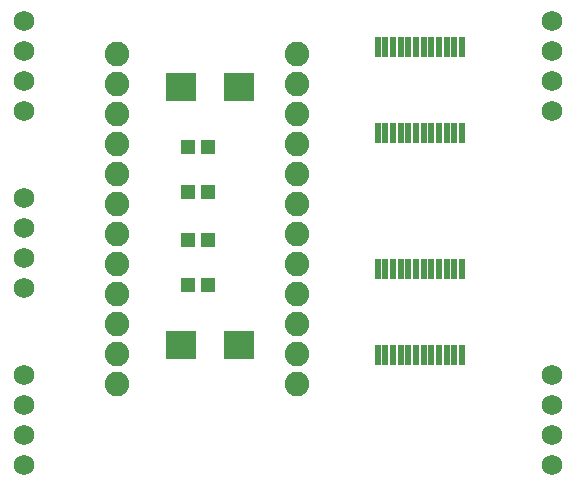
<source format=gts>
G04 ---------------------------- Layer name :TOP SOLDER LAYER*
G04 easyEDA 0.1*
G04 Scale: 100 percent, Rotated: No, Reflected: No *
G04 Dimensions in inches *
G04 leading zeros omitted , absolute positions ,2 integer and 4 * 
%FSLAX24Y24*%
%MOIN*%
G90*
G70D02*

%ADD12C,0.082000*%
%ADD14R,0.023700X0.067100*%
%ADD15C,0.068000*%
%ADD17R,0.101300X0.095800*%
%ADD18R,0.051300X0.047400*%

%LPD*%
%LNVIA PAD TRACK COPPERAREA*%
G54D12*
G01X4600Y21800D03*
G01X4600Y22800D03*
G01X4600Y23800D03*
G01X4600Y24800D03*
G01X4600Y25800D03*
G01X4600Y26800D03*
G01X4600Y27800D03*
G01X4600Y28800D03*
G01X4600Y29800D03*
G01X4600Y30800D03*
G01X4600Y31800D03*
G01X4600Y32800D03*
G01X10600Y32800D03*
G01X10600Y31800D03*
G01X10600Y30800D03*
G01X10600Y29800D03*
G01X10600Y28800D03*
G01X10600Y27800D03*
G01X10600Y26800D03*
G01X10600Y25800D03*
G01X10600Y24800D03*
G01X10600Y23800D03*
G01X10600Y22800D03*
G01X10600Y21800D03*
G54D14*
G01X13289Y30169D03*
G01X13550Y30169D03*
G01X13800Y30169D03*
G01X14060Y30169D03*
G01X14319Y30169D03*
G01X14569Y30169D03*
G01X14830Y30169D03*
G01X15080Y30169D03*
G01X15339Y30169D03*
G01X15600Y30169D03*
G01X15850Y30169D03*
G01X16110Y30169D03*
G01X16110Y33030D03*
G01X15850Y33030D03*
G01X15600Y33030D03*
G01X15339Y33030D03*
G01X15080Y33030D03*
G01X14830Y33030D03*
G01X14569Y33030D03*
G01X14319Y33030D03*
G01X14060Y33030D03*
G01X13800Y33030D03*
G01X13550Y33030D03*
G01X13289Y33030D03*
G01X13289Y22769D03*
G01X13550Y22769D03*
G01X13800Y22769D03*
G01X14060Y22769D03*
G01X14319Y22769D03*
G01X14569Y22769D03*
G01X14830Y22769D03*
G01X15080Y22769D03*
G01X15339Y22769D03*
G01X15600Y22769D03*
G01X15850Y22769D03*
G01X16110Y22769D03*
G01X16110Y25630D03*
G01X15850Y25630D03*
G01X15600Y25630D03*
G01X15339Y25630D03*
G01X15080Y25630D03*
G01X14830Y25630D03*
G01X14569Y25630D03*
G01X14319Y25630D03*
G01X14060Y25630D03*
G01X13800Y25630D03*
G01X13550Y25630D03*
G01X13289Y25630D03*
G54D15*
G01X1500Y28000D03*
G01X1500Y27000D03*
G01X1500Y26000D03*
G01X1500Y25000D03*
G01X1500Y33900D03*
G01X1500Y32900D03*
G01X1500Y31900D03*
G01X1500Y30900D03*
G01X1500Y22100D03*
G01X1500Y21100D03*
G01X1500Y20100D03*
G01X1500Y19100D03*
G01X19100Y33900D03*
G01X19100Y32900D03*
G01X19100Y31900D03*
G01X19100Y30900D03*
G01X19100Y22100D03*
G01X19100Y21100D03*
G01X19100Y20100D03*
G01X19100Y19100D03*
G54D17*
G01X6730Y31700D03*
G01X8669Y31700D03*
G54D18*
G01X6969Y29700D03*
G01X7630Y29700D03*
G01X6969Y28200D03*
G01X7630Y28200D03*
G54D17*
G01X6730Y23100D03*
G01X8669Y23100D03*
G54D18*
G01X6969Y26600D03*
G01X7630Y26600D03*
G01X6969Y25100D03*
G01X7630Y25100D03*

M00*
M02*
</source>
